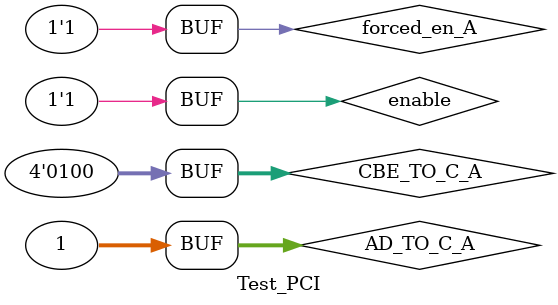
<source format=v>
`timescale 1ns / 1ps



// Clock Module
module Clock(output reg clk);
initial 
clk=0;
always 
#5 clk=~clk;
endmodule


//Test Becnh
module Test_PCI;


// Inputs
wire CLK;
	
	
//Buses
wire TRDY;
wire IRDY;
wire DEVSEL;
wire [31:0] AD;
wire [3:0] C_BE;
wire Frame;

//Device A
   wire Frame_A;
	wire IRDY_A;
   wire TRDY_A;
	wire Devsel_A;
	reg [31:0] AD_TO_C_A;
	reg [3:0] CBE_TO_C_A;
   wire GNT_A; 
   wire REQ_A;
   reg forced_en_A;
   wire IDSEL_A;
//Device B
   wire Frame_B;
   wire IRDY_B;
   wire TRDY_B;
	wire Devsel_B;
	reg [31:0] AD_TO_C_B;
	reg [3:0] CBE_TO_C_B;
   wire GNT_B; 
	wire REQ_B;
	reg forced_en_B;
   wire IDSEL_B;

//Device C
   wire Frame_C;
   wire IRDY_C;
   wire TRDY_C;
	wire Devsel_C;
	reg [31:0] AD_TO_C_C;
	reg [3:0] CBE_TO_C_C;
   wire GNT_C; 
   wire REQ_C;
	reg forced_en_C;
   wire IDSEL_C;

//Device D
   wire Frame_D;
   wire IRDY_D;
   wire TRDY_D;
	wire Devsel_D;
	reg [31:0] AD_TO_C_D;
	reg [3:0] CBE_TO_C_D;
   wire GNT_D; 
   wire REQ_D;
	reg forced_en_D;
   wire IDSEL_D;
	
  //Decoder Ins & Outs
  reg enable;
  wire [4:0]IDSEL_MAIN;
  wire AD_Decoder=AD[0:1];
  
  
assign TRDY = TRDY_A & TRDY_B & TRDY_C & TRDY_D ;  

assign IRDY = IRDY_A & IRDY_B & IRDY_C & IRDY_D ;    
  
 
assign DEVSEL = Devsel_A & Devsel_B & Devsel_C & Devsel_D ;  
 
assign Frame = Frame_A & Frame_B & Frame_C & Frame_D;
 
assign IDSEL_A=IDSEL_MAIN[0];

assign IDSEL_B=IDSEL_MAIN[1];

assign IDSEL_C=IDSEL_MAIN[2];

assign IDSEL_D=IDSEL_MAIN[3]; 
  
 //Clock Instance
 Clock c1(
  CLK
  );  
  
  
  //Decode Instance
  Decoder D1(
    .IN(AD_TO_C_A[1:0]), 
    .OUT(IDSEL_MAIN), 
    .enable(enable)
    );


//Device A Instance
	PCI_DEV A (
		.AD(AD), 
		.C_BE(C_BE), 
		.Frame(Frame_A), 
		.TRDY(TRDY_A),
		.IRDY(IRDY_A), 
		.DEVSEL(Devsel_A), 
		.IDSEL(IDSEL_A), 
		.CLK(CLK), 
		.GNT(GNT_A), 
		.REQ(REQ_A), 
		.AD_TO_C(AD_TO_C_A), 
		.forced_en(forced_en_A), 
		.CBE_TO_C(CBE_TO_C_A)
	);


	 
//Device B Instance
PCI_DEV  B (
    .AD(AD), 
    .C_BE(C_BE), 
    .Frame(Frame_B), 
    .TRDY(TRDY_B), 
    .IRDY(IRDY_B), 
    .DEVSEL(Devsel_B), 
    .IDSEL(IDSEL_B), 
    .CLK(CLK), 
    .GNT(GNT_B), 
    .REQ(REQ_B), 
    .AD_TO_C(AD_TO_C_B), 
    .forced_en(forced_en_B), 
    .CBE_TO_C(CBE_TO_C_B)
    );	



//Device C Instance
PCI_DEV  C (
    .AD(AD), 
    .C_BE(C_BE), 
    .Frame(Frame_C), 
    .TRDY(TRDY_C), 
    .IRDY(IRDY_C), 
    .DEVSEL(Devsel_C), 
    .IDSEL(IDSEL_C), 
    .CLK(CLK), 
    .GNT(GNT_C), 
    .REQ(REQ_C), 
    .AD_TO_C(AD_TO_C_C), 
    .forced_en(forced_en_C), 
    .CBE_TO_C(CBE_TO_C_C)
    );
	 
//Device D Instance
PCI_DEV  D (
    .AD(AD), 
    .C_BE(C_BE), 
    .Frame(Frame_D), 
    .TRDY(TRDY_D), 
    .IRDY(IRDY_D), 
    .DEVSEL(Devsel_D), 
    .IDSEL(IDSEL_D), 
    .CLK(CLK), 
    .GNT(GNT_C_D), 
    .REQ(REQ_C_D), 
    .AD_TO_C(AD_TO_C_D), 
    .forced_en(forced_en_D), 
    .CBE_TO_C(CBE_TO_C_D)
    );	 


//arbiter Instance
arbiter_2 Arbiter (
    .clk(clk), 
    .REQ_A(REQ_A), 
    .REQ_B(REQ_B), 
    .REQ_C(REQ_C), 
    .REQ_D(REQ_D), 
    .frame_low(frame_low), 
    .IRDY(IRDY), 
    .GNT_A(GNT_A), 
    .GNT_B(GNT_B), 
    .GNT_C(GNT_C), 
    .GNT_D(GNT_D)
    );




initial 
begin

enable=1'b1;
forced_en_A=1;
#3
forced_en_A=0;
#8
forced_en_A=1;
#10
AD_TO_C_A=32'h0000_0001;
CBE_TO_C_A=0100;








end



  
endmodule


</source>
